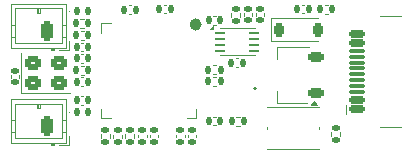
<source format=gbr>
%TF.GenerationSoftware,KiCad,Pcbnew,9.0.4*%
%TF.CreationDate,2025-09-05T06:37:09+02:00*%
%TF.ProjectId,PCB_MF_PicoMicro,5043425f-4d46-45f5-9069-636f4d696372,rev?*%
%TF.SameCoordinates,Original*%
%TF.FileFunction,Legend,Top*%
%TF.FilePolarity,Positive*%
%FSLAX46Y46*%
G04 Gerber Fmt 4.6, Leading zero omitted, Abs format (unit mm)*
G04 Created by KiCad (PCBNEW 9.0.4) date 2025-09-05 06:37:09*
%MOMM*%
%LPD*%
G01*
G04 APERTURE LIST*
G04 Aperture macros list*
%AMRoundRect*
0 Rectangle with rounded corners*
0 $1 Rounding radius*
0 $2 $3 $4 $5 $6 $7 $8 $9 X,Y pos of 4 corners*
0 Add a 4 corners polygon primitive as box body*
4,1,4,$2,$3,$4,$5,$6,$7,$8,$9,$2,$3,0*
0 Add four circle primitives for the rounded corners*
1,1,$1+$1,$2,$3*
1,1,$1+$1,$4,$5*
1,1,$1+$1,$6,$7*
1,1,$1+$1,$8,$9*
0 Add four rect primitives between the rounded corners*
20,1,$1+$1,$2,$3,$4,$5,0*
20,1,$1+$1,$4,$5,$6,$7,0*
20,1,$1+$1,$6,$7,$8,$9,0*
20,1,$1+$1,$8,$9,$2,$3,0*%
%AMFreePoly0*
4,1,9,3.862500,-0.866500,0.737500,-0.866500,0.737500,-0.450000,-0.737500,-0.450000,-0.737500,0.450000,0.737500,0.450000,0.737500,0.866500,3.862500,0.866500,3.862500,-0.866500,3.862500,-0.866500,$1*%
G04 Aperture macros list end*
%ADD10C,0.120000*%
%ADD11C,0.100000*%
%ADD12C,0.528353*%
%ADD13C,0.191421*%
%ADD14RoundRect,0.140000X-0.170000X0.140000X-0.170000X-0.140000X0.170000X-0.140000X0.170000X0.140000X0*%
%ADD15RoundRect,0.135000X0.135000X0.185000X-0.135000X0.185000X-0.135000X-0.185000X0.135000X-0.185000X0*%
%ADD16RoundRect,0.140000X0.140000X0.170000X-0.140000X0.170000X-0.140000X-0.170000X0.140000X-0.170000X0*%
%ADD17RoundRect,0.225000X-0.225000X-0.375000X0.225000X-0.375000X0.225000X0.375000X-0.225000X0.375000X0*%
%ADD18RoundRect,0.140000X-0.140000X-0.170000X0.140000X-0.170000X0.140000X0.170000X-0.140000X0.170000X0*%
%ADD19RoundRect,0.147500X-0.147500X-0.172500X0.147500X-0.172500X0.147500X0.172500X-0.147500X0.172500X0*%
%ADD20RoundRect,0.135000X-0.135000X-0.185000X0.135000X-0.185000X0.135000X0.185000X-0.135000X0.185000X0*%
%ADD21RoundRect,0.135000X0.185000X-0.135000X0.185000X0.135000X-0.185000X0.135000X-0.185000X-0.135000X0*%
%ADD22RoundRect,0.250000X0.265000X0.615000X-0.265000X0.615000X-0.265000X-0.615000X0.265000X-0.615000X0*%
%ADD23O,1.030000X1.730000*%
%ADD24RoundRect,0.250000X-0.450000X-0.350000X0.450000X-0.350000X0.450000X0.350000X-0.450000X0.350000X0*%
%ADD25RoundRect,0.225000X0.425000X0.225000X-0.425000X0.225000X-0.425000X-0.225000X0.425000X-0.225000X0*%
%ADD26FreePoly0,180.000000*%
%ADD27RoundRect,0.140000X0.170000X-0.140000X0.170000X0.140000X-0.170000X0.140000X-0.170000X-0.140000X0*%
%ADD28R,0.530000X0.470000*%
%ADD29R,0.200000X0.875000*%
%ADD30R,0.875000X0.200000*%
%ADD31C,0.425000*%
%ADD32R,3.400000X3.400000*%
%ADD33RoundRect,0.135000X-0.185000X0.135000X-0.185000X-0.135000X0.185000X-0.135000X0.185000X0.135000X0*%
%ADD34RoundRect,0.062500X-0.387500X-0.062500X0.387500X-0.062500X0.387500X0.062500X-0.387500X0.062500X0*%
%ADD35R,0.200000X1.600000*%
%ADD36R,1.050000X0.650000*%
%ADD37R,1.700000X0.700000*%
%ADD38C,0.650000*%
%ADD39RoundRect,0.150000X0.500000X-0.150000X0.500000X0.150000X-0.500000X0.150000X-0.500000X-0.150000X0*%
%ADD40RoundRect,0.075000X0.575000X-0.075000X0.575000X0.075000X-0.575000X0.075000X-0.575000X-0.075000X0*%
%ADD41O,2.100000X1.000000*%
%ADD42O,1.600000X1.000000*%
%ADD43R,1.700000X1.700000*%
%ADD44C,1.700000*%
G04 APERTURE END LIST*
D10*
%TO.C,C11*%
X116600000Y-95962164D02*
X116600000Y-96177836D01*
X117320000Y-95962164D02*
X117320000Y-96177836D01*
%TO.C,R2*%
X112023641Y-90110000D02*
X111716359Y-90110000D01*
X112023641Y-90870000D02*
X111716359Y-90870000D01*
%TO.C,C12*%
X111967836Y-92690000D02*
X111752164Y-92690000D01*
X111967836Y-93410000D02*
X111752164Y-93410000D01*
%TO.C,R4*%
X123213641Y-91060000D02*
X122906359Y-91060000D01*
X123213641Y-91820000D02*
X122906359Y-91820000D01*
%TO.C,D1*%
X127850000Y-86060000D02*
X127850000Y-88060000D01*
X127850000Y-86060000D02*
X131860000Y-86060000D01*
X127850000Y-88060000D02*
X131860000Y-88060000D01*
%TO.C,C14*%
X122932164Y-85910000D02*
X123147836Y-85910000D01*
X122932164Y-86630000D02*
X123147836Y-86630000D01*
D11*
%TO.C,D3*%
X110830000Y-85510000D02*
G75*
G02*
X110730000Y-85510000I-50000J0D01*
G01*
X110730000Y-85510000D02*
G75*
G02*
X110830000Y-85510000I50000J0D01*
G01*
D10*
%TO.C,R9*%
X111706359Y-86130000D02*
X112013641Y-86130000D01*
X111706359Y-86890000D02*
X112013641Y-86890000D01*
%TO.C,C9*%
X111967836Y-88150000D02*
X111752164Y-88150000D01*
X111967836Y-88870000D02*
X111752164Y-88870000D01*
%TO.C,R10*%
X114470000Y-96253641D02*
X114470000Y-95946359D01*
X115230000Y-96253641D02*
X115230000Y-95946359D01*
%TO.C,J7*%
X105790000Y-84865000D02*
X105790000Y-88585000D01*
X105790000Y-86675000D02*
X106190000Y-86675000D01*
X105790000Y-87675000D02*
X106190000Y-87675000D01*
X105790000Y-88585000D02*
X110510000Y-88585000D01*
X106190000Y-85265000D02*
X106190000Y-88185000D01*
X106190000Y-88185000D02*
X110110000Y-88185000D01*
X108050000Y-85665000D02*
X108050000Y-85265000D01*
X108150000Y-85265000D02*
X108150000Y-85665000D01*
X108250000Y-85265000D02*
X108250000Y-85665000D01*
X108250000Y-85665000D02*
X108050000Y-85665000D01*
X109200000Y-88585000D02*
X109200000Y-88785000D01*
X109200000Y-88685000D02*
X109500000Y-88685000D01*
X109200000Y-88785000D02*
X109500000Y-88785000D01*
X109500000Y-88785000D02*
X109500000Y-88585000D01*
X109910000Y-88785000D02*
X110710000Y-88785000D01*
X110110000Y-85265000D02*
X106190000Y-85265000D01*
X110110000Y-88185000D02*
X110110000Y-85265000D01*
X110510000Y-84865000D02*
X105790000Y-84865000D01*
X110510000Y-86675000D02*
X110110000Y-86675000D01*
X110510000Y-87675000D02*
X110110000Y-87675000D01*
X110510000Y-88585000D02*
X110510000Y-84865000D01*
X110710000Y-88785000D02*
X110710000Y-87985000D01*
%TO.C,C6*%
X118752164Y-84950000D02*
X118967836Y-84950000D01*
X118752164Y-85670000D02*
X118967836Y-85670000D01*
%TO.C,R11*%
X112023641Y-87140000D02*
X111716359Y-87140000D01*
X112023641Y-87900000D02*
X111716359Y-87900000D01*
%TO.C,Y1*%
X106715000Y-89040000D02*
X106715000Y-92460000D01*
X106715000Y-92460000D02*
X110835000Y-92460000D01*
%TO.C,C10*%
X120800000Y-95952164D02*
X120800000Y-96167836D01*
X121520000Y-95952164D02*
X121520000Y-96167836D01*
%TO.C,C13*%
X116007836Y-85010000D02*
X115792164Y-85010000D01*
X116007836Y-85730000D02*
X115792164Y-85730000D01*
%TO.C,R12*%
X115500000Y-96243641D02*
X115500000Y-95936359D01*
X116260000Y-96243641D02*
X116260000Y-95936359D01*
%TO.C,U2*%
X128340000Y-88550000D02*
X131060000Y-88550000D01*
X128340000Y-89530000D02*
X128340000Y-88550000D01*
X128340000Y-92290000D02*
X128340000Y-93270000D01*
X130920000Y-93270000D02*
X128340000Y-93270000D01*
X131710000Y-93450000D02*
X131230000Y-93450000D01*
X131470000Y-93120000D01*
X131710000Y-93450000D01*
G36*
X131710000Y-93450000D02*
G01*
X131230000Y-93450000D01*
X131470000Y-93120000D01*
X131710000Y-93450000D01*
G37*
%TO.C,R7*%
X132960000Y-96033641D02*
X132960000Y-95726359D01*
X133720000Y-96033641D02*
X133720000Y-95726359D01*
%TO.C,C2*%
X126560000Y-85897836D02*
X126560000Y-85682164D01*
X127280000Y-85897836D02*
X127280000Y-85682164D01*
%TO.C,U1*%
X113475000Y-86522500D02*
X114300000Y-86522500D01*
X113475000Y-87347500D02*
X113475000Y-86522500D01*
X113475000Y-93747500D02*
X113475000Y-94572500D01*
X113475000Y-94572500D02*
X114300000Y-94572500D01*
X121525000Y-93747500D02*
X121525000Y-94572500D01*
X121525000Y-94572500D02*
X120700000Y-94572500D01*
D12*
X121726576Y-86624748D02*
G75*
G02*
X121198224Y-86624748I-264176J0D01*
G01*
X121198224Y-86624748D02*
G75*
G02*
X121726576Y-86624748I264176J0D01*
G01*
D10*
%TO.C,J8*%
X105790000Y-92915000D02*
X105790000Y-96635000D01*
X105790000Y-94725000D02*
X106190000Y-94725000D01*
X105790000Y-95725000D02*
X106190000Y-95725000D01*
X105790000Y-96635000D02*
X110510000Y-96635000D01*
X106190000Y-93315000D02*
X106190000Y-96235000D01*
X106190000Y-96235000D02*
X110110000Y-96235000D01*
X108050000Y-93715000D02*
X108050000Y-93315000D01*
X108150000Y-93315000D02*
X108150000Y-93715000D01*
X108250000Y-93315000D02*
X108250000Y-93715000D01*
X108250000Y-93715000D02*
X108050000Y-93715000D01*
X109200000Y-96635000D02*
X109200000Y-96835000D01*
X109200000Y-96735000D02*
X109500000Y-96735000D01*
X109200000Y-96835000D02*
X109500000Y-96835000D01*
X109500000Y-96835000D02*
X109500000Y-96635000D01*
X109910000Y-96835000D02*
X110710000Y-96835000D01*
X110110000Y-93315000D02*
X106190000Y-93315000D01*
X110110000Y-96235000D02*
X110110000Y-93315000D01*
X110510000Y-92915000D02*
X105790000Y-92915000D01*
X110510000Y-94725000D02*
X110110000Y-94725000D01*
X110510000Y-95725000D02*
X110110000Y-95725000D01*
X110510000Y-96635000D02*
X110510000Y-92915000D01*
X110710000Y-96835000D02*
X110710000Y-96035000D01*
%TO.C,C5*%
X105790000Y-91137836D02*
X105790000Y-90922164D01*
X106510000Y-91137836D02*
X106510000Y-90922164D01*
%TO.C,C8*%
X117590000Y-95962164D02*
X117590000Y-96177836D01*
X118310000Y-95962164D02*
X118310000Y-96177836D01*
D11*
%TO.C,D2*%
X110845000Y-94040000D02*
G75*
G02*
X110745000Y-94040000I-50000J0D01*
G01*
X110745000Y-94040000D02*
G75*
G02*
X110845000Y-94040000I50000J0D01*
G01*
D10*
%TO.C,C4*%
X111967836Y-89140000D02*
X111752164Y-89140000D01*
X111967836Y-89860000D02*
X111752164Y-89860000D01*
%TO.C,R5*%
X125203641Y-94420000D02*
X124896359Y-94420000D01*
X125203641Y-95180000D02*
X124896359Y-95180000D01*
%TO.C,C18*%
X123177836Y-94440000D02*
X122962164Y-94440000D01*
X123177836Y-95160000D02*
X122962164Y-95160000D01*
%TO.C,C19*%
X119820000Y-95952164D02*
X119820000Y-96167836D01*
X120540000Y-95952164D02*
X120540000Y-96167836D01*
%TO.C,R6*%
X113450000Y-95926359D02*
X113450000Y-96233641D01*
X114210000Y-95926359D02*
X114210000Y-96233641D01*
%TO.C,R3*%
X123213641Y-90060000D02*
X122906359Y-90060000D01*
X123213641Y-90820000D02*
X122906359Y-90820000D01*
%TO.C,U4*%
X123485000Y-86955000D02*
X126485000Y-86955000D01*
X123485000Y-89225000D02*
X126485000Y-89225000D01*
X122935000Y-87040000D02*
X122655000Y-87040000D01*
X122935000Y-86760000D01*
X122935000Y-87040000D01*
G36*
X122935000Y-87040000D02*
G01*
X122655000Y-87040000D01*
X122935000Y-86760000D01*
X122935000Y-87040000D01*
G37*
%TO.C,C15*%
X124852164Y-89490000D02*
X125067836Y-89490000D01*
X124852164Y-90210000D02*
X125067836Y-90210000D01*
%TO.C,R1*%
X124490000Y-85993641D02*
X124490000Y-85686359D01*
X125250000Y-85993641D02*
X125250000Y-85686359D01*
%TO.C,SW1*%
X127530000Y-95335000D02*
X127530000Y-95435000D01*
X127530000Y-97135000D02*
X131930000Y-97135000D01*
X131930000Y-93635000D02*
X127530000Y-93635000D01*
X131930000Y-95335000D02*
X131930000Y-95435000D01*
%TO.C,C7*%
X111967836Y-91110000D02*
X111752164Y-91110000D01*
X111967836Y-91830000D02*
X111752164Y-91830000D01*
%TO.C,L1*%
D13*
X126565710Y-92050000D02*
G75*
G02*
X126374290Y-92050000I-95710J0D01*
G01*
X126374290Y-92050000D02*
G75*
G02*
X126565710Y-92050000I95710J0D01*
G01*
D10*
%TO.C,C3*%
X125540000Y-85907836D02*
X125540000Y-85692164D01*
X126260000Y-85907836D02*
X126260000Y-85692164D01*
%TO.C,R8*%
X132386359Y-84940000D02*
X132693641Y-84940000D01*
X132386359Y-85700000D02*
X132693641Y-85700000D01*
%TO.C,J3*%
X134165000Y-93400000D02*
X134165000Y-94200000D01*
X137085000Y-85900000D02*
X138865000Y-85900000D01*
X137085000Y-95300000D02*
X138865000Y-95300000D01*
%TO.C,C1*%
X130432164Y-84940000D02*
X130647836Y-84940000D01*
X130432164Y-85660000D02*
X130647836Y-85660000D01*
%TD*%
%LPC*%
D14*
%TO.C,C11*%
X116960000Y-95590000D03*
X116960000Y-96550000D03*
%TD*%
D15*
%TO.C,R2*%
X112380000Y-90490000D03*
X111360000Y-90490000D03*
%TD*%
D16*
%TO.C,C12*%
X112340000Y-93050000D03*
X111380000Y-93050000D03*
%TD*%
D15*
%TO.C,R4*%
X123570000Y-91440000D03*
X122550000Y-91440000D03*
%TD*%
D17*
%TO.C,D1*%
X128560000Y-87060000D03*
X131860000Y-87060000D03*
%TD*%
D18*
%TO.C,C14*%
X122560000Y-86270000D03*
X123520000Y-86270000D03*
%TD*%
D19*
%TO.C,D3*%
X111385000Y-85510000D03*
X112355000Y-85510000D03*
%TD*%
D20*
%TO.C,R9*%
X111350000Y-86510000D03*
X112370000Y-86510000D03*
%TD*%
D16*
%TO.C,C9*%
X112340000Y-88510000D03*
X111380000Y-88510000D03*
%TD*%
D21*
%TO.C,R10*%
X114850000Y-96610000D03*
X114850000Y-95590000D03*
%TD*%
D22*
%TO.C,J7*%
X108900000Y-87175000D03*
D23*
X107400000Y-87175000D03*
%TD*%
D18*
%TO.C,C6*%
X118380000Y-85310000D03*
X119340000Y-85310000D03*
%TD*%
D15*
%TO.C,R11*%
X112380000Y-87520000D03*
X111360000Y-87520000D03*
%TD*%
D24*
%TO.C,Y1*%
X107675000Y-91600000D03*
X109875000Y-91600000D03*
X109875000Y-89900000D03*
X107675000Y-89900000D03*
%TD*%
D14*
%TO.C,C10*%
X121160000Y-95580000D03*
X121160000Y-96540000D03*
%TD*%
D16*
%TO.C,C13*%
X116380000Y-85370000D03*
X115420000Y-85370000D03*
%TD*%
D21*
%TO.C,R12*%
X115880000Y-96600000D03*
X115880000Y-95580000D03*
%TD*%
D25*
%TO.C,U2*%
X131650000Y-92410000D03*
D26*
X131562500Y-90910000D03*
D25*
X131650000Y-89410000D03*
%TD*%
D21*
%TO.C,R7*%
X133340000Y-96390000D03*
X133340000Y-95370000D03*
%TD*%
D27*
%TO.C,C2*%
X126920000Y-86270000D03*
X126920000Y-85310000D03*
%TD*%
D28*
%TO.C,C16*%
X122590000Y-92360000D03*
X122590000Y-93390000D03*
%TD*%
D29*
%TO.C,U1*%
X120300000Y-87110000D03*
X119900000Y-87110000D03*
X119500000Y-87110000D03*
X119100000Y-87110000D03*
X118700000Y-87110000D03*
X118300000Y-87110000D03*
X117900000Y-87110000D03*
X117500000Y-87110000D03*
X117100000Y-87110000D03*
X116700000Y-87110000D03*
X116300000Y-87110000D03*
X115900000Y-87110000D03*
X115500000Y-87110000D03*
X115100000Y-87110000D03*
X114700000Y-87110000D03*
D30*
X114062500Y-87747500D03*
X114062500Y-88147500D03*
X114062500Y-88547500D03*
X114062500Y-88947500D03*
X114062500Y-89347500D03*
X114062500Y-89747500D03*
X114062500Y-90147500D03*
X114062500Y-90547500D03*
X114062500Y-90947500D03*
X114062500Y-91347500D03*
X114062500Y-91747500D03*
X114062500Y-92147500D03*
X114062500Y-92547500D03*
X114062500Y-92947500D03*
X114062500Y-93347500D03*
D29*
X114700000Y-93985000D03*
X115100000Y-93985000D03*
X115500000Y-93985000D03*
X115900000Y-93985000D03*
X116300000Y-93985000D03*
X116700000Y-93985000D03*
X117100000Y-93985000D03*
X117500000Y-93985000D03*
X117900000Y-93985000D03*
X118300000Y-93985000D03*
X118700000Y-93985000D03*
X119100000Y-93985000D03*
X119500000Y-93985000D03*
X119900000Y-93985000D03*
X120300000Y-93985000D03*
D30*
X120937500Y-93347500D03*
X120937500Y-92947500D03*
X120937500Y-92547500D03*
X120937500Y-92147500D03*
X120937500Y-91747500D03*
X120937500Y-91347500D03*
X120937500Y-90947500D03*
X120937500Y-90547500D03*
X120937500Y-90147500D03*
X120937500Y-89747500D03*
X120937500Y-89347500D03*
X120937500Y-88947500D03*
X120937500Y-88547500D03*
X120937500Y-88147500D03*
X120937500Y-87747500D03*
D31*
X118350000Y-89697500D03*
X117500000Y-89697500D03*
X116650000Y-89697500D03*
X118350000Y-90547500D03*
X117500000Y-90547500D03*
D32*
X117500000Y-90547500D03*
D31*
X116650000Y-90547500D03*
X118350000Y-91397500D03*
X117500000Y-91397500D03*
X116650000Y-91397500D03*
%TD*%
D22*
%TO.C,J8*%
X108900000Y-95225000D03*
D23*
X107400000Y-95225000D03*
%TD*%
D27*
%TO.C,C5*%
X106150000Y-91510000D03*
X106150000Y-90550000D03*
%TD*%
D14*
%TO.C,C8*%
X117950000Y-95590000D03*
X117950000Y-96550000D03*
%TD*%
D19*
%TO.C,D2*%
X111400000Y-94040000D03*
X112370000Y-94040000D03*
%TD*%
D16*
%TO.C,C4*%
X112340000Y-89500000D03*
X111380000Y-89500000D03*
%TD*%
D15*
%TO.C,R5*%
X125560000Y-94800000D03*
X124540000Y-94800000D03*
%TD*%
D16*
%TO.C,C18*%
X123550000Y-94800000D03*
X122590000Y-94800000D03*
%TD*%
D14*
%TO.C,C19*%
X120180000Y-95580000D03*
X120180000Y-96540000D03*
%TD*%
D33*
%TO.C,R6*%
X113830000Y-95570000D03*
X113830000Y-96590000D03*
%TD*%
D15*
%TO.C,R3*%
X123570000Y-90440000D03*
X122550000Y-90440000D03*
%TD*%
D34*
%TO.C,U4*%
X123560000Y-87340000D03*
X123560000Y-87840000D03*
X123560000Y-88340000D03*
X123560000Y-88840000D03*
X126410000Y-88840000D03*
X126410000Y-88340000D03*
X126410000Y-87840000D03*
X126410000Y-87340000D03*
D35*
X124985000Y-88090000D03*
%TD*%
D18*
%TO.C,C15*%
X124480000Y-89850000D03*
X125440000Y-89850000D03*
%TD*%
D21*
%TO.C,R1*%
X124870000Y-86350000D03*
X124870000Y-85330000D03*
%TD*%
D36*
%TO.C,SW1*%
X131805000Y-96460000D03*
X127655000Y-96460000D03*
X131805000Y-94310000D03*
X127680000Y-94310000D03*
%TD*%
D16*
%TO.C,C7*%
X112340000Y-91470000D03*
X111380000Y-91470000D03*
%TD*%
D37*
%TO.C,L1*%
X125170000Y-92250000D03*
X125170000Y-93650000D03*
%TD*%
D27*
%TO.C,C3*%
X125900000Y-86280000D03*
X125900000Y-85320000D03*
%TD*%
D20*
%TO.C,R8*%
X132030000Y-85320000D03*
X133050000Y-85320000D03*
%TD*%
D38*
%TO.C,J3*%
X136260000Y-93490000D03*
X136260000Y-87710000D03*
D39*
X135120000Y-93800000D03*
X135120000Y-93000000D03*
D40*
X135120000Y-91850000D03*
X135120000Y-90850000D03*
X135120000Y-90350000D03*
X135120000Y-89350000D03*
D39*
X135120000Y-88200000D03*
X135120000Y-87400000D03*
X135120000Y-87400000D03*
X135120000Y-88200000D03*
D40*
X135120000Y-88850000D03*
X135120000Y-89850000D03*
X135120000Y-91350000D03*
X135120000Y-92350000D03*
D39*
X135120000Y-93000000D03*
X135120000Y-93800000D03*
D41*
X135760000Y-94920000D03*
D42*
X139940000Y-94920000D03*
D41*
X135760000Y-86280000D03*
D42*
X139940000Y-86280000D03*
%TD*%
D18*
%TO.C,C1*%
X130060000Y-85300000D03*
X131020000Y-85300000D03*
%TD*%
D28*
%TO.C,C17*%
X123600000Y-92360000D03*
X123600000Y-93390000D03*
%TD*%
D43*
%TO.C,J2*%
X134690000Y-98340000D03*
D44*
X132150000Y-98340000D03*
X129610000Y-98340000D03*
X127070000Y-98340000D03*
X124530000Y-98340000D03*
X121990000Y-98340000D03*
X119450000Y-98340000D03*
X116910000Y-98340000D03*
X114370000Y-98340000D03*
X111830000Y-98340000D03*
X109290000Y-98340000D03*
X106750000Y-98340000D03*
%TD*%
D43*
%TO.C,J1*%
X134690000Y-83110000D03*
D44*
X132150000Y-83110000D03*
X129610000Y-83110000D03*
X127070000Y-83110000D03*
X124530000Y-83110000D03*
X121990000Y-83110000D03*
X119450000Y-83110000D03*
X116910000Y-83110000D03*
X114370000Y-83110000D03*
X111830000Y-83110000D03*
X109290000Y-83110000D03*
X106750000Y-83110000D03*
%TD*%
%LPD*%
M02*

</source>
